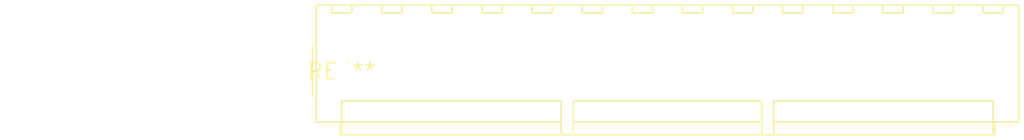
<source format=kicad_pcb>
(kicad_pcb (version 20240108) (generator pcbnew)
  (layers (0 "F.Cu" signal) (31 "B.Cu" signal) (34 "B.Paste" user) (35 "F.Paste" user) (36 "B.SilkS" user "B.Silkscreen") (37 "F.SilkS" user "F.Silkscreen") (38 "B.Mask" user) (39 "F.Mask" user) (44 "Edge.Cuts" user))
  (net 0 "")
  (footprint "Molex_KK-396_A-41791-0014_1x14_P3.96mm_Vertical" (layer "F.Cu") (at 0 0)
    (property "Reference" "REF**")
    (property "Value" "Molex_KK-396_A-41791-0014_1x14_P3.96mm_Vertical")
    (fp_line (start -2.31 -2) (end -2.31 2) (layer "F.SilkS") (stroke (width 0.12)))
    (fp_line (start -2.02 -5.22) (end 53.5 -5.22) (layer "F.SilkS") (stroke (width 0.12)))
    (fp_line (start -2.02 4.005) (end -2.02 -5.22) (layer "F.SilkS") (stroke (width 0.12)))
    (fp_line (start -0.8 -5.22) (end -0.8 -4.62) (layer "F.SilkS") (stroke (width 0.12)))
    (fp_line (start -0.8 -4.62) (end 0.8 -4.62) (layer "F.SilkS") (stroke (width 0.12)))
    (fp_line (start -0.115 4.005) (end -2.02 4.005) (layer "F.SilkS") (stroke (width 0.12)))
    (fp_line (start -0.115 5.01) (end -0.115 4.005) (layer "F.SilkS") (stroke (width 0.12)))
    (fp_line (start 0 2.34) (end 17.34 2.34) (layer "F.SilkS") (stroke (width 0.12)))
    (fp_line (start 0 4.01) (end 0 2.34) (layer "F.SilkS") (stroke (width 0.12)))
    (fp_line (start 0 4.01) (end 17.34 4.01) (layer "F.SilkS") (stroke (width 0.12)))
    (fp_line (start 0 5.01) (end 0 4.01) (layer "F.SilkS") (stroke (width 0.12)))
    (fp_line (start 0.8 -4.62) (end 0.8 -5.22) (layer "F.SilkS") (stroke (width 0.12)))
    (fp_line (start 3.16 -5.22) (end 3.16 -4.62) (layer "F.SilkS") (stroke (width 0.12)))
    (fp_line (start 3.16 -4.62) (end 4.76 -4.62) (layer "F.SilkS") (stroke (width 0.12)))
    (fp_line (start 4.76 -4.62) (end 4.76 -5.22) (layer "F.SilkS") (stroke (width 0.12)))
    (fp_line (start 7.12 -5.22) (end 7.12 -4.62) (layer "F.SilkS") (stroke (width 0.12)))
    (fp_line (start 7.12 -4.62) (end 8.72 -4.62) (layer "F.SilkS") (stroke (width 0.12)))
    (fp_line (start 8.72 -4.62) (end 8.72 -5.22) (layer "F.SilkS") (stroke (width 0.12)))
    (fp_line (start 11.08 -5.22) (end 11.08 -4.62) (layer "F.SilkS") (stroke (width 0.12)))
    (fp_line (start 11.08 -4.62) (end 12.68 -4.62) (layer "F.SilkS") (stroke (width 0.12)))
    (fp_line (start 12.68 -4.62) (end 12.68 -5.22) (layer "F.SilkS") (stroke (width 0.12)))
    (fp_line (start 15.04 -5.22) (end 15.04 -4.62) (layer "F.SilkS") (stroke (width 0.12)))
    (fp_line (start 15.04 -4.62) (end 16.64 -4.62) (layer "F.SilkS") (stroke (width 0.12)))
    (fp_line (start 16.64 -4.62) (end 16.64 -5.22) (layer "F.SilkS") (stroke (width 0.12)))
    (fp_line (start 17.34 2.34) (end 17.34 4.01) (layer "F.SilkS") (stroke (width 0.12)))
    (fp_line (start 17.34 4.01) (end 17.34 5.01) (layer "F.SilkS") (stroke (width 0.12)))
    (fp_line (start 18.3 2.34) (end 33.18 2.34) (layer "F.SilkS") (stroke (width 0.12)))
    (fp_line (start 18.3 4.01) (end 18.3 2.34) (layer "F.SilkS") (stroke (width 0.12)))
    (fp_line (start 18.3 4.01) (end 33.18 4.01) (layer "F.SilkS") (stroke (width 0.12)))
    (fp_line (start 18.3 5.01) (end 18.3 4.01) (layer "F.SilkS") (stroke (width 0.12)))
    (fp_line (start 19 -5.22) (end 19 -4.62) (layer "F.SilkS") (stroke (width 0.12)))
    (fp_line (start 19 -4.62) (end 20.6 -4.62) (layer "F.SilkS") (stroke (width 0.12)))
    (fp_line (start 20.6 -4.62) (end 20.6 -5.22) (layer "F.SilkS") (stroke (width 0.12)))
    (fp_line (start 22.96 -5.22) (end 22.96 -4.62) (layer "F.SilkS") (stroke (width 0.12)))
    (fp_line (start 22.96 -4.62) (end 24.56 -4.62) (layer "F.SilkS") (stroke (width 0.12)))
    (fp_line (start 24.56 -4.62) (end 24.56 -5.22) (layer "F.SilkS") (stroke (width 0.12)))
    (fp_line (start 26.92 -5.22) (end 26.92 -4.62) (layer "F.SilkS") (stroke (width 0.12)))
    (fp_line (start 26.92 -4.62) (end 28.52 -4.62) (layer "F.SilkS") (stroke (width 0.12)))
    (fp_line (start 28.52 -4.62) (end 28.52 -5.22) (layer "F.SilkS") (stroke (width 0.12)))
    (fp_line (start 30.88 -5.22) (end 30.88 -4.62) (layer "F.SilkS") (stroke (width 0.12)))
    (fp_line (start 30.88 -4.62) (end 32.48 -4.62) (layer "F.SilkS") (stroke (width 0.12)))
    (fp_line (start 32.48 -4.62) (end 32.48 -5.22) (layer "F.SilkS") (stroke (width 0.12)))
    (fp_line (start 33.18 2.34) (end 33.18 4.01) (layer "F.SilkS") (stroke (width 0.12)))
    (fp_line (start 33.18 4.01) (end 33.18 5.01) (layer "F.SilkS") (stroke (width 0.12)))
    (fp_line (start 34.14 2.34) (end 51.48 2.34) (layer "F.SilkS") (stroke (width 0.12)))
    (fp_line (start 34.14 4.01) (end 34.14 2.34) (layer "F.SilkS") (stroke (width 0.12)))
    (fp_line (start 34.14 4.01) (end 51.48 4.01) (layer "F.SilkS") (stroke (width 0.12)))
    (fp_line (start 34.14 5.01) (end 34.14 4.01) (layer "F.SilkS") (stroke (width 0.12)))
    (fp_line (start 34.84 -5.22) (end 34.84 -4.62) (layer "F.SilkS") (stroke (width 0.12)))
    (fp_line (start 34.84 -4.62) (end 36.44 -4.62) (layer "F.SilkS") (stroke (width 0.12)))
    (fp_line (start 36.44 -4.62) (end 36.44 -5.22) (layer "F.SilkS") (stroke (width 0.12)))
    (fp_line (start 38.8 -5.22) (end 38.8 -4.62) (layer "F.SilkS") (stroke (width 0.12)))
    (fp_line (start 38.8 -4.62) (end 40.4 -4.62) (layer "F.SilkS") (stroke (width 0.12)))
    (fp_line (start 40.4 -4.62) (end 40.4 -5.22) (layer "F.SilkS") (stroke (width 0.12)))
    (fp_line (start 42.76 -5.22) (end 42.76 -4.62) (layer "F.SilkS") (stroke (width 0.12)))
    (fp_line (start 42.76 -4.62) (end 44.36 -4.62) (layer "F.SilkS") (stroke (width 0.12)))
    (fp_line (start 44.36 -4.62) (end 44.36 -5.22) (layer "F.SilkS") (stroke (width 0.12)))
    (fp_line (start 46.72 -5.22) (end 46.72 -4.62) (layer "F.SilkS") (stroke (width 0.12)))
    (fp_line (start 46.72 -4.62) (end 48.32 -4.62) (layer "F.SilkS") (stroke (width 0.12)))
    (fp_line (start 48.32 -4.62) (end 48.32 -5.22) (layer "F.SilkS") (stroke (width 0.12)))
    (fp_line (start 50.68 -5.22) (end 50.68 -4.62) (layer "F.SilkS") (stroke (width 0.12)))
    (fp_line (start 50.68 -4.62) (end 52.28 -4.62) (layer "F.SilkS") (stroke (width 0.12)))
    (fp_line (start 51.48 2.34) (end 51.48 4.01) (layer "F.SilkS") (stroke (width 0.12)))
    (fp_line (start 51.48 4.01) (end 51.48 5.01) (layer "F.SilkS") (stroke (width 0.12)))
    (fp_line (start 51.595 4.005) (end 51.595 5.01) (layer "F.SilkS") (stroke (width 0.12)))
    (fp_line (start 51.595 5.01) (end -0.115 5.01) (layer "F.SilkS") (stroke (width 0.12)))
    (fp_line (start 52.28 -4.62) (end 52.28 -5.22) (layer "F.SilkS") (stroke (width 0.12)))
    (fp_line (start 53.5 -5.22) (end 53.5 4.005) (layer "F.SilkS") (stroke (width 0.12)))
    (fp_line (start 53.5 4.005) (end 51.595 4.005) (layer "F.SilkS") (stroke (width 0.12)))
    (pad "1" thru_hole roundrect (at 0 0) (size 3.16 4.1) (drill 1.7) (layers *.Cu *.Mask) (remove_unused_layers) (roundrect_rratio 0.079114))
    (pad "2" thru_hole oval (at 3.96 0) (size 3.16 4.1) (drill 1.7) (layers *.Cu *.Mask) (remove_unused_layers))
    (pad "3" thru_hole oval (at 7.92 0) (size 3.16 4.1) (drill 1.7) (layers *.Cu *.Mask) (remove_unused_layers))
    (pad "4" thru_hole oval (at 11.88 0) (size 3.16 4.1) (drill 1.7) (layers *.Cu *.Mask) (remove_unused_layers))
    (pad "5" thru_hole oval (at 15.84 0) (size 3.16 4.1) (drill 1.7) (layers *.Cu *.Mask) (remove_unused_layers))
    (pad "6" thru_hole oval (at 19.8 0) (size 3.16 4.1) (drill 1.7) (layers *.Cu *.Mask) (remove_unused_layers))
    (pad "7" thru_hole oval (at 23.76 0) (size 3.16 4.1) (drill 1.7) (layers *.Cu *.Mask) (remove_unused_layers))
    (pad "8" thru_hole oval (at 27.72 0) (size 3.16 4.1) (drill 1.7) (layers *.Cu *.Mask) (remove_unused_layers))
    (pad "9" thru_hole oval (at 31.68 0) (size 3.16 4.1) (drill 1.7) (layers *.Cu *.Mask) (remove_unused_layers))
    (pad "10" thru_hole oval (at 35.64 0) (size 3.16 4.1) (drill 1.7) (layers *.Cu *.Mask) (remove_unused_layers))
    (pad "11" thru_hole oval (at 39.6 0) (size 3.16 4.1) (drill 1.7) (layers *.Cu *.Mask) (remove_unused_layers))
    (pad "12" thru_hole oval (at 43.56 0) (size 3.16 4.1) (drill 1.7) (layers *.Cu *.Mask) (remove_unused_layers))
    (pad "13" thru_hole oval (at 47.52 0) (size 3.16 4.1) (drill 1.7) (layers *.Cu *.Mask) (remove_unused_layers))
    (pad "14" thru_hole oval (at 51.48 0) (size 3.16 4.1) (drill 1.7) (layers *.Cu *.Mask) (remove_unused_layers))
  )
)
</source>
